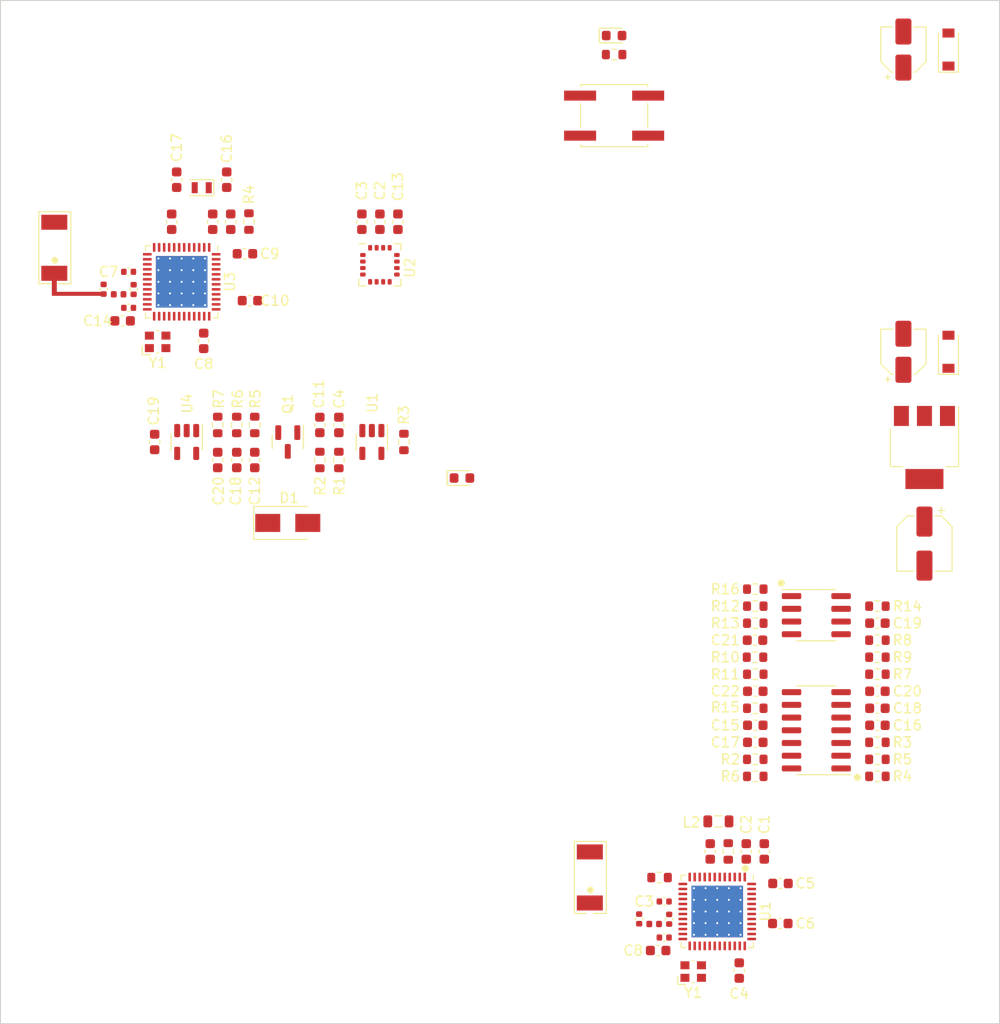
<source format=kicad_pcb>
(kicad_pcb (version 20211014) (generator pcbnew)
  (layers (0 "F.Cu" signal) (1 "In1.Cu" signal) (2 "In2.Cu" signal) (31 "B.Cu" signal) (34 "B.Paste" user) (35 "F.Paste" user) (36 "B.SilkS" user "B.Silkscreen") (37 "F.SilkS" user "F.Silkscreen") (38 "B.Mask" user) (39 "F.Mask" user) (44 "Edge.Cuts" user))
  (net 0 "")
  (net 1 "GND")
  (net 2 "Net-(C17-Pad2)")
  (net 3 "/X_Filtered")
  (net 4 "Net-(C18-Pad2)")
  (net 5 "+3.3VA")
  (net 6 "+3V3")
  (net 7 "Net-(AE1-Pad1)")
  (net 8 "Net-(C19-Pad2)")
  (net 9 "Net-(C20-Pad2)")
  (net 10 "/Y_Filtered")
  (net 11 "Net-(C21-Pad2)")
  (net 12 "/Z_Filtered")
  (net 13 "Net-(C22-Pad2)")
  (net 14 "Net-(D4-Pad2)")
  (net 15 "Net-(D4-Pad1)")
  (net 16 "+12V")
  (net 17 "/SWCLK")
  (net 18 "/SWIO")
  (net 19 "/USB_DP")
  (net 20 "/USB_DM")
  (net 21 "/X_PWM")
  (net 22 "Net-(D6-Pad2)")
  (net 23 "/BOOT0")
  (net 24 "/Y_PWM")
  (net 25 "/Z_PWM")
  (net 26 "Net-(R4-Pad1)")
  (net 27 "Net-(R8-Pad1)")
  (net 28 "/RESET")
  (net 33 "Net-(D3-Pad1)")
  (net 34 "Net-(R12-Pad1)")
  (net 41 "/RF_Output")
  (net 42 "Net-(U1-Pad24)")
  (net 43 "Net-(U1-Pad25)")
  (net 56 "VCC")
  (net 57 "VEE")
  (net 58 "Net-(D6-Pad1)")
  (net 60 "/LED_BLUE_OUT")
  (net 61 "Net-(D5-Pad1)")
  (net 62 "Net-(D5-Pad2)")
  (net 63 "/CONNECT")
  (footprint "Resistor_SMD:R_0603_1608Metric" (layer "F.Cu") (at 152.6 131.4 180)
    (fp_text reference "R5" (at -2.5 0) (layer "F.SilkS"))
    (fp_text value "10k")
    (pad "1" smd roundrect (at -0.825 0 180) (size 0.8 0.95) (layers "F.Cu" "F.Paste" "F.Mask") (net 1 "GND"))
    (pad "2" smd roundrect (at 0.825 0 180) (size 0.8 0.95) (layers "F.Cu" "F.Paste" "F.Mask") (net 26 "Net-(R4-Pad1)"))
  )
  (footprint "Capacitor_SMD:C_0603_1608Metric" (layer "F.Cu") (at 130.7 150.5 180)
    (fp_text reference "C8" (at 2.5 0) (layer "F.SilkS"))
    (fp_text value "100nF")
    (pad "1" smd roundrect (at -0.775 0 180) (size 0.9 0.95) (layers "F.Cu" "F.Paste" "F.Mask") (net 6 "+3V3"))
    (pad "2" smd roundrect (at 0.775 0 180) (size 0.9 0.95) (layers "F.Cu" "F.Paste" "F.Mask") (net 1 "GND"))
  )
  (footprint "Resistor_SMD:R_0603_1608Metric" (layer "F.Cu") (at 140.4 131.4)
    (fp_text reference "R2" (at -2.5 0) (layer "F.SilkS"))
    (fp_text value "20k")
    (pad "1" smd roundrect (at -0.825 0) (size 0.8 0.95) (layers "F.Cu" "F.Paste" "F.Mask") (net 24 "/Y_PWM"))
    (pad "2" smd roundrect (at 0.825 0) (size 0.8 0.95) (layers "F.Cu" "F.Paste" "F.Mask") (net 2 "Net-(C17-Pad2)"))
  )
  (footprint "Package_TO_SOT_SMD:SOT-23" (layer "F.Cu") (at 93.7 99.7 -90)
    (fp_text reference "Q1" (at -3.8 0 90) (layer "F.SilkS"))
    (fp_text value "SI2333DS")
    (pad "1" smd roundrect (at -0.9375 -0.95 270) (size 1.475 0.6) (layers "F.Cu" "F.Paste" "F.Mask"))
    (pad "2" smd roundrect (at -0.9375 0.95 270) (size 1.475 0.6) (layers "F.Cu" "F.Paste" "F.Mask"))
    (pad "3" smd roundrect (at 0.9375 0 270) (size 1.475 0.6) (layers "F.Cu" "F.Paste" "F.Mask") (net 56 "VCC"))
  )
  (footprint "Capacitor_SMD:C_0603_1608Metric" (layer "F.Cu") (at 102.9 77.7 90)
    (fp_text reference "C2" (at 3.1 0 90) (layer "F.SilkS"))
    (fp_text value "100nF")
    (pad "1" smd roundrect (at -0.775 0 90) (size 0.9 0.95) (layers "F.Cu" "F.Paste" "F.Mask"))
    (pad "2" smd roundrect (at 0.775 0 90) (size 0.9 0.95) (layers "F.Cu" "F.Paste" "F.Mask") (net 1 "GND"))
  )
  (footprint "Capacitor_SMD:C_0603_1608Metric" (layer "F.Cu") (at 82.6 73.5 -90)
    (fp_text reference "C17" (at -3.2 0 90) (layer "F.SilkS"))
    (fp_text value "16pF")
    (pad "1" smd roundrect (at -0.775 0 270) (size 0.9 0.95) (layers "F.Cu" "F.Paste" "F.Mask") (net 1 "GND"))
    (pad "2" smd roundrect (at 0.775 0 270) (size 0.9 0.95) (layers "F.Cu" "F.Paste" "F.Mask") (net 2 "Net-(C17-Pad2)"))
  )
  (footprint "Crystal:Crystal_SMD_Abracon_ABM10-4Pin_2.5x2.0mm" (layer "F.Cu") (at 134.2 152.6 90)
    (fp_text reference "Y1" (at -2.1 0 180) (layer "F.SilkS"))
    (fp_text value "32MHz")
    (pad "1" smd rect (at -0.625 -0.825 90) (size 0.8 0.9) (layers "F.Cu" "F.Paste" "F.Mask") (net 42 "Net-(U1-Pad24)"))
    (pad "2" smd rect (at -0.625 0.825 90) (size 0.8 0.9) (layers "F.Cu" "F.Paste" "F.Mask") (net 1 "GND"))
    (pad "3" smd rect (at 0.625 0.825 90) (size 0.8 0.9) (layers "F.Cu" "F.Paste" "F.Mask") (net 43 "Net-(U1-Pad25)"))
    (pad "4" smd rect (at 0.625 -0.825 90) (size 0.8 0.9) (layers "F.Cu" "F.Paste" "F.Mask") (net 1 "GND"))
  )
  (footprint "Capacitor_SMD:C_0603_1608Metric" (layer "F.Cu") (at 96.9 98 -90)
    (fp_text reference "C11" (at -3.1 0.1 90) (layer "F.SilkS"))
    (fp_text value "4.7uF")
    (pad "1" smd roundrect (at -0.775 0 270) (size 0.9 0.95) (layers "F.Cu" "F.Paste" "F.Mask"))
    (pad "2" smd roundrect (at 0.775 0 270) (size 0.9 0.95) (layers "F.Cu" "F.Paste" "F.Mask") (net 1 "GND"))
  )
  (footprint "Capacitor_SMD:C_0402_1005Metric" (layer "F.Cu") (at 78.3 84.47 90)
    (fp_text reference "C21" hide)
    (fp_text value "0.8pF")
    (pad "1" smd roundrect (at -0.48 0 90) (size 0.56 0.62) (layers "F.Cu" "F.Paste" "F.Mask") (net 41 "/RF_Output"))
    (pad "2" smd roundrect (at 0.48 0 90) (size 0.56 0.62) (layers "F.Cu" "F.Paste" "F.Mask") (net 1 "GND"))
  )
  (footprint "Capacitor_SMD:C_0603_1608Metric" (layer "F.Cu") (at 139.5 140.6 90)
    (fp_text reference "C2" (at 2.7 0 90) (layer "F.SilkS"))
    (fp_text value "100nF")
    (pad "1" smd roundrect (at -0.775 0 90) (size 0.9 0.95) (layers "F.Cu" "F.Paste" "F.Mask") (net 6 "+3V3"))
    (pad "2" smd roundrect (at 0.775 0 90) (size 0.9 0.95) (layers "F.Cu" "F.Paste" "F.Mask") (net 1 "GND"))
  )
  (footprint "Capacitor_SMD:C_0603_1608Metric" (layer "F.Cu") (at 135.9 140.6 -90)
    (fp_text reference "C7" hide)
    (fp_text value "100nF")
    (pad "1" smd roundrect (at -0.775 0 270) (size 0.9 0.95) (layers "F.Cu" "F.Paste" "F.Mask") (net 1 "GND"))
    (pad "2" smd roundrect (at 0.775 0 270) (size 0.9 0.95) (layers "F.Cu" "F.Paste" "F.Mask") (net 5 "+3.3VA"))
  )
  (footprint "Capacitor_SMD:C_0603_1608Metric" (layer "F.Cu") (at 138.8 152.5 -90)
    (fp_text reference "C4" (at 2.3 0 180) (layer "F.SilkS"))
    (fp_text value "100nF")
    (pad "1" smd roundrect (at -0.775 0 270) (size 0.9 0.95) (layers "F.Cu" "F.Paste" "F.Mask") (net 6 "+3V3"))
    (pad "2" smd roundrect (at 0.775 0 270) (size 0.9 0.95) (layers "F.Cu" "F.Paste" "F.Mask") (net 1 "GND"))
  )
  (footprint "Capacitor_SMD:C_0603_1608Metric" (layer "F.Cu") (at 89.41875 80.9)
    (fp_text reference "C9" (at 2.48125 0) (layer "F.SilkS"))
    (fp_text value "100nF")
    (pad "1" smd roundrect (at -0.775 0) (size 0.9 0.95) (layers "F.Cu" "F.Paste" "F.Mask"))
    (pad "2" smd roundrect (at 0.775 0) (size 0.9 0.95) (layers "F.Cu" "F.Paste" "F.Mask") (net 1 "GND"))
  )
  (footprint "Button_Switch_SMD:SW_SPST_EVQQ2" (layer "F.Cu") (at 126.3 67.1)
    (fp_text reference "CONNECT1" hide)
    (fp_text value "SW_Push")
    (pad "1" smd rect (at 3.4 -2) (size 3.2 1) (layers "F.Cu" "F.Paste" "F.Mask") (net 63 "/CONNECT"))
    (pad "1" smd rect (at -3.4 -2) (size 3.2 1) (layers "F.Cu" "F.Paste" "F.Mask") (net 63 "/CONNECT"))
    (pad "2" smd rect (at 3.4 2) (size 3.2 1) (layers "F.Cu" "F.Paste" "F.Mask") (net 1 "GND"))
    (pad "2" smd rect (at -3.4 2) (size 3.2 1) (layers "F.Cu" "F.Paste" "F.Mask") (net 1 "GND"))
  )
  (footprint "Resistor_SMD:R_0603_1608Metric" (layer "F.Cu") (at 98.8 101.5 90)
    (fp_text reference "R1" (at -2.6 0.05 90) (layer "F.SilkS"))
    (fp_text value "1k")
    (pad "1" smd roundrect (at -0.825 0 90) (size 0.8 0.95) (layers "F.Cu" "F.Paste" "F.Mask"))
    (pad "2" smd roundrect (at 0.825 0 90) (size 0.8 0.95) (layers "F.Cu" "F.Paste" "F.Mask"))
  )
  (footprint "Resistor_SMD:R_0603_1608Metric" (layer "F.Cu") (at 152.6 133.1 180)
    (fp_text reference "R4" (at -2.5 0) (layer "F.SilkS"))
    (fp_text value "5k1")
    (pad "1" smd roundrect (at -0.825 0 180) (size 0.8 0.95) (layers "F.Cu" "F.Paste" "F.Mask") (net 26 "Net-(R4-Pad1)"))
    (pad "2" smd roundrect (at 0.825 0 180) (size 0.8 0.95) (layers "F.Cu" "F.Paste" "F.Mask") (net 10 "/Y_Filtered"))
  )
  (footprint "Capacitor_SMD:C_0603_1608Metric" (layer "F.Cu") (at 87.6 73.5 -90)
    (fp_text reference "C16" (at -3.1 0 -270) (layer "F.SilkS"))
    (fp_text value "16pF")
    (pad "1" smd roundrect (at -0.775 0 270) (size 0.9 0.95) (layers "F.Cu" "F.Paste" "F.Mask") (net 1 "GND"))
    (pad "2" smd roundrect (at 0.775 0 270) (size 0.9 0.95) (layers "F.Cu" "F.Paste" "F.Mask"))
  )
  (footprint "Capacitor_SMD:C_0603_1608Metric" (layer "F.Cu") (at 101.1 77.7 90)
    (fp_text reference "C3" (at 3.1 0 90) (layer "F.SilkS"))
    (fp_text value "10uF")
    (pad "1" smd roundrect (at -0.775 0 90) (size 0.9 0.95) (layers "F.Cu" "F.Paste" "F.Mask"))
    (pad "2" smd roundrect (at 0.775 0 90) (size 0.9 0.95) (layers "F.Cu" "F.Paste" "F.Mask") (net 1 "GND"))
  )
  (footprint "Resistor_SMD:R_0603_1608Metric" (layer "F.Cu") (at 140.4 116.1)
    (fp_text reference "R12" (at -3 0) (layer "F.SilkS"))
    (fp_text value "5k1")
    (pad "1" smd roundrect (at -0.825 0) (size 0.8 0.95) (layers "F.Cu" "F.Paste" "F.Mask") (net 34 "Net-(R12-Pad1)"))
    (pad "2" smd roundrect (at 0.825 0) (size 0.8 0.95) (layers "F.Cu" "F.Paste" "F.Mask") (net 12 "/Z_Filtered"))
  )
  (footprint "Resistor_SMD:R_0603_1608Metric" (layer "F.Cu") (at 105.3 99.7 -90)
    (fp_text reference "R3" (at -2.6875 0 90) (layer "F.SilkS"))
    (fp_text value "10k")
    (pad "1" smd roundrect (at -0.825 0 270) (size 0.8 0.95) (layers "F.Cu" "F.Paste" "F.Mask") (net 1 "GND"))
    (pad "2" smd roundrect (at 0.825 0 270) (size 0.8 0.95) (layers "F.Cu" "F.Paste" "F.Mask"))
  )
  (footprint "Diode_SMD:D_SOD-123" (layer "F.Cu") (at 159.7 90.6875 90)
    (fp_text reference "D1" hide)
    (fp_text value "1N5819")
    (pad "1" smd rect (at -1.65 0 90) (size 0.9 1.2) (layers "F.Cu" "F.Paste" "F.Mask") (net 56 "VCC"))
    (pad "2" smd rect (at 1.65 0 90) (size 0.9 1.2) (layers "F.Cu" "F.Paste" "F.Mask") (net 16 "+12V"))
  )
  (footprint "Package_DFN_QFN:QFN-48-1EP_7x7mm_P0.5mm_EP5.15x5.15mm_ThermalVias" (layer "F.Cu") (at 83.1 83.7 -90)
    (fp_text reference "U3" (at 0 -4.82 90) (layer "F.SilkS"))
    (fp_text value "STM32WB35")
    (pad "1" smd roundrect (at -3.4375 -2.75 270) (size 0.875 0.25) (layers "F.Cu" "F.Paste" "F.Mask"))
    (pad "2" smd roundrect (at -3.4375 -2.25 270) (size 0.875 0.25) (layers "F.Cu" "F.Paste" "F.Mask"))
    (pad "3" smd roundrect (at -3.4375 -1.75 270) (size 0.875 0.25) (layers "F.Cu" "F.Paste" "F.Mask") (net 2 "Net-(C17-Pad2)"))
    (pad "4" smd roundrect (at -3.4375 -1.25 270) (size 0.875 0.25) (layers "F.Cu" "F.Paste" "F.Mask") (net 23 "/BOOT0"))
    (pad "5" smd roundrect (at -3.4375 -0.75 270) (size 0.875 0.25) (layers "F.Cu" "F.Paste" "F.Mask"))
    (pad "6" smd roundrect (at -3.4375 -0.25 270) (size 0.875 0.25) (layers "F.Cu" "F.Paste" "F.Mask"))
    (pad "7" smd roundrect (at -3.4375 0.25 270) (size 0.875 0.25) (layers "F.Cu" "F.Paste" "F.Mask") (net 28 "/RESET"))
    (pad "8" smd roundrect (at -3.4375 0.75 270) (size 0.875 0.25) (layers "F.Cu" "F.Paste" "F.Mask"))
    (pad "9" smd roundrect (at -3.4375 1.25 270) (size 0.875 0.25) (layers "F.Cu" "F.Paste" "F.Mask"))
    (pad "10" smd roundrect (at -3.4375 1.75 270) (size 0.875 0.25) (layers "F.Cu" "F.Paste" "F.Mask"))
    (pad "11" smd roundrect (at -3.4375 2.25 270) (size 0.875 0.25) (layers "F.Cu" "F.Paste" "F.Mask"))
    (pad "12" smd roundrect (at -3.4375 2.75 270) (size 0.875 0.25) (layers "F.Cu" "F.Paste" "F.Mask") (net 60 "/LED_BLUE_OUT"))
    (pad "13" smd roundrect (at -2.75 3.4375 270) (size 0.25 0.875) (layers "F.Cu" "F.Paste" "F.Mask") (net 63 "/CONNECT"))
    (pad "14" smd roundrect (at -2.25 3.4375 270) (size 0.25 0.875) (layers "F.Cu" "F.Paste" "F.Mask"))
    (pad "15" smd roundrect (at -1.75 3.4375 270) (size 0.25 0.875) (layers "F.Cu" "F.Paste" "F.Mask"))
    (pad "16" smd roundrect (at -1.25 3.4375 270) (size 0.25 0.875) (layers "F.Cu" "F.Paste" "F.Mask"))
    (pad "17" smd roundrect (at -0.75 3.4375 270) (size 0.25 0.875) (layers "F.Cu" "F.Paste" "F.Mask"))
    (pad "18" smd roundrect (at -0.25 3.4375 270) (size 0.25 0.875) (layers "F.Cu" "F.Paste" "F.Mask"))
    (pad "19" smd roundrect (at 0.25 3.4375 270) (size 0.25 0.875) (layers "F.Cu" "F.Paste" "F.Mask"))
    (pad "20" smd roundrect (at 0.75 3.4375 270) (size 0.25 0.875) (layers "F.Cu" "F.Paste" "F.Mask"))
    (pad "21" smd roundrect (at 1.25 3.4375 270) (size 0.25 0.875) (layers "F.Cu" "F.Paste" "F.Mask") (net 41 "/RF_Output"))
    (pad "22" smd roundrect (at 1.75 3.4375 270) (size 0.25 0.875) (layers "F.Cu" "F.Paste" "F.Mask") (net 1 "GND"))
    (pad "23" smd roundrect (at 2.25 3.4375 270) (size 0.25 0.875) (layers "F.Cu" "F.Paste" "F.Mask"))
    (pad "24" smd roundrect (at 2.75 3.4375 270) (size 0.25 0.875) (layers "F.Cu" "F.Paste" "F.Mask"))
    (pad "25" smd roundrect (at 3.4375 2.75 270) (size 0.875 0.25) (layers "F.Cu" "F.Paste" "F.Mask"))
    (pad "26" smd roundrect (at 3.4375 2.25 270) (size 0.875 0.25) (layers "F.Cu" "F.Paste" "F.Mask"))
    (pad "27" smd roundrect (at 3.4375 1.75 270) (size 0.875 0.25) (layers "F.Cu" "F.Paste" "F.Mask"))
    (pad "28" smd roundrect (at 3.4375 1.25 270) (size 0.875 0.25) (layers "F.Cu" "F.Paste" "F.Mask"))
    (pad "29" smd roundrect (at 3.4375 0.75 270) (size 0.875 0.25) (layers "F.Cu" "F.Paste" "F.Mask"))
    (pad "30" smd roundrect (at 3.4375 0.25 270) (size 0.875 0.25) (layers "F.Cu" "F.Paste" "F.Mask"))
    (pad "31" smd roundrect (at 3.4375 -0.25 270) (size 0.875 0.25) (layers "F.Cu" "F.Paste" "F.Mask"))
    (pad "32" smd roundrect (at 3.4375 -0.75 270) (size 0.875 0.25) (layers "F.Cu" "F.Paste" "F.Mask") (net 1 "GND"))
    (pad "33" smd roundrect (at 3.4375 -1.25 270) (size 0.875 0.25) (layers "F.Cu" "F.Paste" "F.Mask"))
    (pad "34" smd roundrect (at 3.4375 -1.75 270) (size 0.875 0.25) (layers "F.Cu" "F.Paste" "F.Mask"))
    (pad "35" smd roundrect (at 3.4375 -2.25 270) (size 0.875 0.25) (layers "F.Cu" "F.Paste" "F.Mask"))
    (pad "36" smd roundrect (at 3.4375 -2.75 270) (size 0.875 0.25) (layers "F.Cu" "F.Paste" "F.Mask"))
    (pad "37" smd roundrect (at 2.75 -3.4375 270) (size 0.25 0.875) (layers "F.Cu" "F.Paste" "F.Mask") (net 20 "/USB_DM"))
    (pad "38" smd roundrect (at 2.25 -3.4375 270) (size 0.25 0.875) (layers "F.Cu" "F.Paste" "F.Mask") (net 19 "/USB_DP"))
    (pad "39" smd roundrect (at 1.75 -3.4375 270) (size 0.25 0.875) (layers "F.Cu" "F.Paste" "F.Mask") (net 18 "/SWIO"))
    (pad "40" smd roundrect (at 1.25 -3.4375 270) (size 0.25 0.875) (layers "F.Cu" "F.Paste" "F.Mask"))
    (pad "41" smd roundrect (at 0.75 -3.4375 270) (size 0.25 0.875) (layers "F.Cu" "F.Paste" "F.Mask") (net 17 "/SWCLK"))
    (pad "42" smd roundrect (at 0.25 -3.4375 270) (size 0.25 0.875) (layers "F.Cu" "F.Paste" "F.Mask"))
    (pad "43" smd roundrect (at -0.25 -3.4375 270) (size 0.25 0.875) (layers "F.Cu" "F.Paste" "F.Mask"))
    (pad "44" smd roundrect (at -0.75 -3.4375 270) (size 0.25 0.875) (layers "F.Cu" "F.Paste" "F.Mask"))
    (pad "45" smd roundrect (at -1.25 -3.4375 270) (size 0.25 0.875) (layers "F.Cu" "F.Paste" "F.Mask"))
    (pad "46" smd roundrect (at -1.75 -3.4375 270) (size 0.25 0.875) (layers "F.Cu" "F.Paste" "F.Mask"))
    (pad "47" smd roundrect (at -2.25 -3.4375 270) (size 0.25 0.875) (layers "F.Cu" "F.Paste" "F.Mask"))
    (pad "48" smd roundrect (at -2.75 -3.4375 270) (size 0.25 0.875) (layers "F.Cu" "F.Paste" "F.Mask"))
    (pad "49" thru_hole circle (at -1.1625 -2.325 270) (size 0.5 0.5) (drill 0.2) (layers *.Cu) (net 1 "GND"))
    (pad "49" thru_hole circle (at -1.1625 2.325 270) (size 0.5 0.5) (drill 0.2) (layers *.Cu) (net 1 "GND"))
    (pad "49" thru_hole circle (at 1.1625 2.325 270) (size 0.5 0.5) (drill 0.2) (layers *.Cu) (net 1 "GND"))
    (pad "49" thru_hole circle (at -1.1625 1.1625 270) (size 0.5 0.5) (drill 0.2) (layers *.Cu) (net 1 "GND"))
    (pad "49" thru_hole circle (at -2.325 -2.325 270) (size 0.5 0.5) (drill 0.2) (layers *.Cu) (net 1 "GND"))
    (pad "49" thru_hole circle (at 1.1625 1.1625 270) (size 0.5 0.5) (drill 0.2) (layers *.Cu) (net 1 "GND"))
    (pad "49" thru_hole circle (at 1.1625 0 270) (size 0.5 0.5) (drill 0.2) (layers *.Cu) (net 1 "GND"))
    (pad "49" thru_hole circle (at 0 1.1625 270) (size 0.5 0.5) (drill 0.2) (layers *.Cu) (net 1 "GND"))
    (pad "49" thru_hole circle (at 0 -1.1625 270) (size 0.5 0.5) (drill 0.2) (layers *.Cu) (net 1 "GND"))
    (pad "49" smd rect (at 0 0 270) (size 5.15 5.15) (layers "B.Cu") (net 1 "GND"))
    (pad "49" thru_hole circle (at 0 -2.325 270) (size 0.5 0.5) (drill 0.2) (layers *.Cu) (net 1 "GND"))
    (pad "49" thru_hole circle (at 1.1625 -1.1625 270) (size 0.5 0.5) (drill 0.2) (layers *.Cu) (net 1 "GND"))
    (pad "49" thru_hole circle (at -1.1625 0 270) (size 0.5 0.5) (drill 0.2) (layers *.Cu) (net 1 "GND"))
    (pad "49" thru_hole circle (at -2.325 1.1625 270) (size 0.5 0.5) (drill 0.2) (layers *.Cu) (net 1 "GND"))
    (pad "49" thru_hole circle (at 2.325 0 270) (size 0.5 0.5) (drill 0.2) (layers *.Cu) (net 1 "GND"))
    (pad "49" thru_hole circle (at 2.325 2.325 270) (size 0.5 0.5) (drill 0.2) (layers *.Cu) (net 1 "GND"))
    (pad "49" thru_hole circle (at 2.325 -1.1625 270) (size 0.5 0.5) (drill 0.2) (layers *.Cu) (net 1 "GND"))
    (pad "49" thru_hole circle (at 0 2.325 270) (size 0.5 0.5) (drill 0.2) (layers *.Cu) (net 1 "GND"))
    (pad "49" thru_hole circle (at 0 0 270) (size 0.5 0.5) (drill 0.2) (layers *.Cu) (net 1 "GND"))
    (pad "49" thru_hole circle (at 1.1625 -2.325 270) (size 0.5 0.5) (drill 0.2) (layers *.Cu) (net 1 "GND"))
    (pad "49" thru_hole circle (at -2.325 0 270) (size 0.5 0.5) (drill 0.2) (layers *.Cu) (net 1 "GND"))
    (pad "49" thru_hole circle (at 2.325 1.1625 270) (size 0.5 0.5) (drill 0.2) (layers *.Cu) (net 1 "GND"))
    (pad "49" smd rect (at 0 0 270) (size 5.15 5.15) (layers "F.Cu" "F.Mask") (net 1 "GND"))
    (pad "49" thru_hole circle (at -1.1625 -1.1625 270) (size 0.5 0.5) (drill 0.2) (layers *.Cu) (net 1 "GND"))
    (pad "49" thru_hole circle (at -2.325 -1.1625 270) (size 0.5 0.5) (drill 0.2) (layers *.Cu) (net 1 "GND"))
    (pad "49" thru_hole circle (at 2.325 -2.325 270) (size 0.5 0.5) (drill 0.2) (layers *.Cu) (net 1 "GND"))
    (pad "49" thru_hole circle (at -2.325 2.325 270) (size 0.5 0.5) (drill 0.2) (layers *.Cu) (net 1 "GND"))
  )
  (footprint "Package_TO_SOT_SMD:SOT-23-5" (layer "F.Cu") (at 102.1 99.7 -90)
    (fp_text reference "U1" (at -3.9 -0.05 90) (layer "F.SilkS"))
    (fp_text value "MCP73831-2-OT")
    (pad "1" smd roundrect (at -1.1375 -0.95 270) (size 1.325 0.6) (layers "F.Cu" "F.Paste" "F.Mask"))
    (pad "2" smd roundrect (at -1.1375 0 270) (size 1.325 0.6) (layers "F.Cu" "F.Paste" "F.Mask") (net 1 "GND"))
    (pad "3" smd roundrect (at -1.1375 0.95 270) (size 1.325 0.6) (layers "F.Cu" "F.Paste" "F.Mask"))
    (pad "4" smd roundrect (at 1.1375 0.95 270) (size 1.325 0.6) (layers "F.Cu" "F.Paste" "F.Mask"))
    (pad "5" smd roundrect (at 1.1375 -0.95 270) (size 1.325 0.6) (layers "F.Cu" "F.Paste" "F.Mask"))
  )
  (footprint "Package_LGA:LGA-16_4x4mm_P0.65mm_LayoutBorder4x4y" (layer "F.Cu") (at 102.9 82)
    (fp_text reference "U2" (at 3 0.3 90) (layer "F.SilkS"))
    (fp_text value "L3GD20")
    (pad "1" smd roundrect (at -1.7 -0.975) (size 0.55 0.4) (layers "F.Cu" "F.Paste" "F.Mask"))
    (pad "2" smd roundrect (at -1.7 -0.325) (size 0.55 0.4) (layers "F.Cu" "F.Paste" "F.Mask"))
    (pad "3" smd roundrect (at -1.7 0.325) (size 0.55 0.4) (layers "F.Cu" "F.Paste" "F.Mask"))
    (pad "4" smd roundrect (at -1.7 0.975) (size 0.55 0.4) (layers "F.Cu" "F.Paste" "F.Mask"))
    (pad "5" smd roundrect (at -0.975 1.7) (size 0.4 0.55) (layers "F.Cu" "F.Paste" "F.Mask"))
    (pad "6" smd roundrect (at -0.325 1.7) (size 0.4 0.55) (layers "F.Cu" "F.Paste" "F.Mask"))
    (pad "7" smd roundrect (at 0.325 1.7) (size 0.4 0.55) (layers "F.Cu" "F.Paste" "F.Mask"))
    (pad "8" smd roundrect (at 0.975 1.7) (size 0.4 0.55) (layers "F.Cu" "F.Paste" "F.Mask") (net 1 "GND"))
    (pad "9" smd roundrect (at 1.7 0.975) (size 0.55 0.4) (layers "F.Cu" "F.Paste" "F.Mask") (net 1 "GND"))
    (pad "10" smd roundrect (at 1.7 0.325) (size 0.55 0.4) (layers "F.Cu" "F.Paste" "F.Mask") (net 1 "GND"))
    (pad "11" smd roundrect (at 1.7 -0.325) (size 0.55 0.4) (layers "F.Cu" "F.Paste" "F.Mask") (net 1 "GND"))
    (pad "12" smd roundrect (at 1.7 -0.975) (size 0.55 0.4) (layers "F.Cu" "F.Paste" "F.Mask") (net 1 "GND"))
    (pad "13" smd roundrect (at 0.975 -1.7) (size 0.4 0.55) (layers "F.Cu" "F.Paste" "F.Mask") (net 1 "GND"))
    (pad "14" smd roundrect (at 0.325 -1.7) (size 0.4 0.55) (layers "F.Cu" "F.Paste" "F.Mask"))
    (pad "15" smd roundrect (at -0.325 -1.7) (size 0.4 0.55) (layers "F.Cu" "F.Paste" "F.Mask"))
    (pad "16" smd roundrect (at -0.975 -1.7) (size 0.4 0.55) (layers "F.Cu" "F.Paste" "F.Mask"))
  )
  (footprint "Capacitor_SMD:C_0603_1608Metric" (layer "F.Cu") (at 142.9 147.8)
    (fp_text reference "C6" (at 2.5 0) (layer "F.SilkS"))
    (fp_text value "100nF")
    (pad "1" smd roundrect (at -0.775 0) (size 0.9 0.95) (layers "F.Cu" "F.Paste" "F.Mask") (net 6 "+3V3"))
    (pad "2" smd roundrect (at 0.775 0) (size 0.9 0.95) (layers "F.Cu" "F.Paste" "F.Mask") (net 1 "GND"))
  )
  (footprint "Resistor_SMD:R_0603_1608Metric" (layer "F.Cu") (at 140.4 114.4)
    (fp_text reference "R16" (at -3 0) (layer "F.SilkS"))
    (fp_text value "1k")
    (pad "1" smd roundrect (at -0.825 0) (size 0.8 0.95) (layers "F.Cu" "F.Paste" "F.Mask") (net 1 "GND"))
    (pad "2" smd roundrect (at 0.825 0) (size 0.8 0.95) (layers "F.Cu" "F.Paste" "F.Mask") (net 58 "Net-(D6-Pad1)"))
  )
  (footprint "Capacitor_SMD:C_0603_1608Metric" (layer "F.Cu") (at 141.3 140.6 90)
    (fp_text reference "C1" (at 2.7 0 90) (layer "F.SilkS"))
    (fp_text value "4.7uF")
    (pad "1" smd roundrect (at -0.775 0 90) (size 0.9 0.95) (layers "F.Cu" "F.Paste" "F.Mask") (net 6 "+3V3"))
    (pad "2" smd roundrect (at 0.775 0 90) (size 0.9 0.95) (layers "F.Cu" "F.Paste" "F.Mask") (net 1 "GND"))
  )
  (footprint "Resistor_SMD:R_0603_1608Metric" (layer "F.Cu") (at 88.6 98 -90)
    (fp_text reference "R6" (at -2.6 -0.1 90) (layer "F.SilkS"))
    (fp_text value "13k")
    (pad "1" smd roundrect (at -0.825 0 270) (size 0.8 0.95) (layers "F.Cu" "F.Paste" "F.Mask"))
    (pad "2" smd roundrect (at 0.825 0 270) (size 0.8 0.95) (layers "F.Cu" "F.Paste" "F.Mask"))
  )
  (footprint "Capacitor_SMD:CP_Elec_5x5.8" (layer "F.Cu") (at 157.3 109.85 -90)
    (fp_text reference "C14" hide)
    (fp_text value "47uF")
    (pad "1" smd roundrect (at -2.2 0 270) (size 3 1.6) (layers "F.Cu" "F.Paste" "F.Mask") (roundrect_rratio 0.15625) (net 6 "+3V3"))
    (pad "2" smd roundrect (at 2.2 0 270) (size 3 1.6) (layers "F.Cu" "F.Paste" "F.Mask") (roundrect_rratio 0.15625) (net 1 "GND"))
  )
  (footprint "Capacitor_SMD:C_0402_1005Metric" (layer "F.Cu") (at 131.8 147.37 90)
    (fp_text reference "C12" hide)
    (fp_text value "0.8pF")
    (pad "1" smd roundrect (at -0.48 0 90) (size 0.56 0.62) (layers "F.Cu" "F.Paste" "F.Mask") (net 41 "/RF_Output"))
    (pad "2" smd roundrect (at 0.48 0 90) (size 0.56 0.62) (layers "F.Cu" "F.Paste" "F.Mask") (net 1 "GND"))
  )
  (footprint "Capacitor_SMD:C_0402_1005Metric" (layer "F.Cu") (at 77.8 86.3 180)
    (fp_text reference "C15" hide)
    (fp_text value "100pF")
    (pad "1" smd roundrect (at -0.48 0 180) (size 0.56 0.62) (layers "F.Cu" "F.Paste" "F.Mask"))
    (pad "2" smd roundrect (at 0.48 0 180) (size 0.56 0.62) (layers "F.Cu" "F.Paste" "F.Mask") (net 1 "GND"))
  )
  (footprint "Capacitor_SMD:C_0603_1608Metric" (layer "F.Cu") (at 98.8 98 90)
    (fp_text reference "C4" (at 2.6 0.025 90) (layer "F.SilkS"))
    (fp_text value "4.7uF")
    (pad "1" smd roundrect (at -0.775 0 90) (size 0.9 0.95) (layers "F.Cu" "F.Paste" "F.Mask"))
    (pad "2" smd roundrect (at 0.775 0 90) (size 0.9 0.95) (layers "F.Cu" "F.Paste" "F.Mask") (net 1 "GND"))
  )
  (footprint "Crystal:Crystal_SMD_2012-2Pin_2.0x1.2mm" (layer "F.Cu") (at 85.1 74.3 180)
    (fp_text reference "Y2" hide)
    (fp_text value "32.768MHz")
    (pad "1" smd rect (at -0.7 0 180) (size 0.6 1.1) (layers "F.Cu" "F.Paste" "F.Mask"))
    (pad "2" smd rect (at 0.7 0 180) (size 0.6 1.1) (layers "F.Cu" "F.Paste" "F.Mask") (net 2 "Net-(C17-Pad2)"))
  )
  (footprint "LED_SMD:LED_0603_1608Metric" (layer "F.Cu") (at 126.3 59.1)
    (fp_text reference "D3" hide)
    (fp_text value "LED_CONNECT")
    (pad "1" smd roundrect (at -0.7875 0) (size 0.875 0.95) (layers "F.Cu" "F.Paste" "F.Mask") (net 33 "Net-(D3-Pad1)"))
    (pad "2" smd roundrect (at 0.7875 0) (size 0.875 0.95) (layers "F.Cu" "F.Paste" "F.Mask") (net 60 "/LED_BLUE_OUT"))
  )
  (footprint "Capacitor_SMD:C_0402_1005Metric" (layer "F.Cu") (at 77.8 82.7 180)
    (fp_text reference "C7" (at 2 0) (layer "F.SilkS"))
    (fp_text value "100nF")
    (pad "1" smd roundrect (at -0.48 0 180) (size 0.56 0.62) (layers "F.Cu" "F.Paste" "F.Mask"))
    (pad "2" smd roundrect (at 0.48 0 180) (size 0.56 0.62) (layers "F.Cu" "F.Paste" "F.Mask") (net 1 "GND"))
  )
  (footprint "Capacitor_SMD:C_0603_1608Metric" (layer "F.Cu") (at 140.375 119.5)
    (fp_text reference "C21" (at -2.975 0) (layer "F.SilkS"))
    (fp_text value "22nF")
    (pad "1" smd roundrect (at -0.775 0) (size 0.9 0.95) (layers "F.Cu" "F.Paste" "F.Mask") (net 12 "/Z_Filtered"))
    (pad "2" smd roundrect (at 0.775 0) (size 0.9 0.95) (layers "F.Cu" "F.Paste" "F.Mask") (net 11 "Net-(C21-Pad2)"))
  )
  (footprint "LED_SMD:LED_0603_1608Metric" (layer "F.Cu") (at 111.1 103.3)
    (fp_text reference "D2" hide)
    (fp_text value "LED_CHG")
    (pad "1" smd roundrect (at -0.7875 0) (size 0.875 0.95) (layers "F.Cu" "F.Paste" "F.Mask"))
    (pad "2" smd roundrect (at 0.7875 0) (size 0.875 0.95) (layers "F.Cu" "F.Paste" "F.Mask"))
  )
  (footprint "Capacitor_SMD:C_0603_1608Metric" (layer "F.Cu") (at 142.91875 143.8)
    (fp_text reference "C5" (at 2.48125 0) (layer "F.SilkS"))
    (fp_text value "100nF")
    (pad "1" smd roundrect (at -0.775 0) (size 0.9 0.95) (layers "F.Cu" "F.Paste" "F.Mask") (net 6 "+3V3"))
    (pad "2" smd roundrect (at 0.775 0) (size 0.9 0.95) (layers "F.Cu" "F.Paste" "F.Mask") (net 1 "GND"))
  )
  (footprint "Resistor_SMD:R_0603_1608Metric" (layer "F.Cu") (at 130.83875 143.21)
    (fp_text reference "R17" hide)
    (fp_text value "1k")
    (pad "1" smd roundrect (at -0.825 0) (size 0.8 0.95) (layers "F.Cu" "F.Paste" "F.Mask") (net 1 "GND"))
    (pad "2" smd roundrect (at 0.825 0) (size 0.8 0.95) (layers "F.Cu" "F.Paste" "F.Mask") (net 33 "Net-(D3-Pad1)"))
  )
  (footprint "Resistor_SMD:R_0603_1608Metric" (layer "F.Cu") (at 140.4 133.1)
    (fp_text reference "R6" (at -2.5 0) (layer "F.SilkS"))
    (fp_text value "20k")
    (pad "1" smd roundrect (at -0.825 0) (size 0.8 0.95) (layers "F.Cu" "F.Paste" "F.Mask") (net 21 "/X_PWM"))
    (pad "2" smd roundrect (at 0.825 0) (size 0.8 0.95) (layers "F.Cu" "F.Paste" "F.Mask") (net 8 "Net-(C19-Pad2)"))
  )
  (footprint "Resistor_SMD:R_0603_1608Metric" (layer "F.Cu") (at 152.6 129.7 180)
    (fp_text reference "R3" (at -2.5 0) (layer "F.SilkS"))
    (fp_text value "20k")
    (pad "1" smd roundrect (at -0.825 0 180) (size 0.8 0.95) (layers "F.Cu" "F.Paste" "F.Mask") (net 2 "Net-(C17-Pad2)"))
    (pad "2" smd roundrect (at 0.825 0 180) (size 0.8 0.95) (layers "F.Cu" "F.Paste" "F.Mask") (net 4 "Net-(C18-Pad2)"))
  )
  (footprint "Resistor_SMD:R_0603_1608Metric" (layer "F.Cu") (at 140.4 126.3 180)
    (fp_text reference "R15" (at 3 0.1) (layer "F.SilkS"))
    (fp_text value "1k")
    (pad "1" smd roundrect (at -0.825 0 180) (size 0.8 0.95) (layers "F.Cu" "F.Paste" "F.Mask") (net 1 "GND"))
    (pad "2" smd roundrect (at 0.825 0 180) (size 0.8 0.95) (layers "F.Cu" "F.Paste" "F.Mask") (net 61 "Net-(D5-Pad1)"))
  )
  (footprint "Capacitor_SMD:C_0603_1608Metric" (layer "F.Cu") (at 86.7 101.5 90)
    (fp_text reference "C20" (at -3.0875 0.075 90) (layer "F.SilkS"))
    (fp_text value "1uF")
    (pad "1" smd roundrect (at -0.775 0 90) (size 0.9 0.95) (layers "F.Cu" "F.Paste" "F.Mask"))
    (pad "2" smd roundrect (at 0.775 0 90) (size 0.9 0.95) (layers "F.Cu" "F.Paste" "F.Mask") (net 1 "GND"))
  )
  (footprint "Package_DFN_QFN:QFN-48-1EP_7x7mm_P0.5mm_EP5.15x5.15mm_ThermalVias" (layer "F.Cu") (at 136.6 146.6 -90)
    (fp_text reference "U1" (at 0 -4.82 90) (layer "F.SilkS"))
    (fp_text value "STM32WB35")
    (pad "1" smd roundrect (at -3.4375 -2.75 270) (size 0.875 0.25) (layers "F.Cu" "F.Paste" "F.Mask") (net 6 "+3V3"))
    (pad "2" smd roundrect (at -3.4375 -2.25 270) (size 0.875 0.25) (layers "F.Cu" "F.Paste" "F.Mask"))
    (pad "3" smd roundrect (at -3.4375 -1.75 270) (size 0.875 0.25) (layers "F.Cu" "F.Paste" "F.Mask"))
    (pad "4" smd roundrect (at -3.4375 -1.25 270) (size 0.875 0.25) (layers "F.Cu" "F.Paste" "F.Mask") (net 23 "/BOOT0"))
    (pad "5" smd roundrect (at -3.4375 -0.75 270) (size 0.875 0.25) (layers "F.Cu" "F.Paste" "F.Mask"))
    (pad "6" smd roundrect (at -3.4375 -0.25 270) (size 0.875 0.25) (layers "F.Cu" "F.Paste" "F.Mask"))
    (pad "7" smd roundrect (at -3.4375 0.25 270) (size 0.875 0.25) (layers "F.Cu" "F.Paste" "F.Mask") (net 28 "/RESET"))
    (pad "8" smd roundrect (at -3.4375 0.75 270) (size 0.875 0.25) (layers "F.Cu" "F.Paste" "F.Mask") (net 5 "+3.3VA"))
    (pad "9" smd roundrect (at -3.4375 1.25 270) (size 0.875 0.25) (layers "F.Cu" "F.Paste" "F.Mask") (net 21 "/X_PWM"))
    (pad "10" smd roundrect (at -3.4375 1.75 270) (size 0.875 0.25) (layers "F.Cu" "F.Paste" "F.Mask") (net 24 "/Y_PWM"))
    (pad "11" smd roundrect (at -3.4375 2.25 270) (size 0.875 0.25) (layers "F.Cu" "F.Paste" "F.Mask") (net 25 "/Z_PWM"))
    (pad "12" smd roundrect (at -3.4375 2.75 270) (size 0.875 0.25) (layers "F.Cu" "F.Paste" "F.Mask") (net 60 "/LED_BLUE_OUT"))
    (pad "13" smd roundrect (at -2.75 3.4375 270) (size 0.25 0.875) (layers "F.Cu" "F.Paste" "F.Mask") (net 63 "/CONNECT"))
    (pad "14" smd roundrect (at -2.25 3.4375 270) (size 0.25 0.875) (layers "F.Cu" "F.Paste" "F.Mask"))
    (pad "15" smd roundrect (at -1.75 3.4375 270) (size 0.25 0.875) (layers "F.Cu" "F.Paste" "F.Mask"))
    (pad "16" smd roundrect (at -1.25 3.4375 270) (size 0.25 0.875) (layers "F.Cu" "F.Paste" "F.Mask"))
    (pad "17" smd roundrect (at -0.75 3.4375 270) (size 0.25 0.875) (layers "F.Cu" "F.Paste" "F.Mask"))
    (pad "18" smd roundrect (at -0.25 3.4375 270) (size 0.25 0.875) (layers "F.Cu" "F.Paste" "F.Mask"))
    (pad "19" smd roundrect (at 0.25 3.4375 270) (size 0.25 0.875) (layers "F.Cu" "F.Paste" "F.Mask"))
    (pad "20" smd roundrect (at 0.75 3.4375 270) (size 0.25 0.875) (layers "F.Cu" "F.Paste" "F.Mask") (net 6 "+3V3"))
    (pad "21" smd roundrect (at 1.25 3.4375 270) (size 0.25 0.875) (layers "F.Cu" "F.Paste" "F.Mask") (net 41 "/RF_Output"))
    (pad "22" smd roundrect (at 1.75 3.4375 270) (size 0.25 0.875) (layers "F.Cu" "F.Paste" "F.Mask") (net 1 "GND"))
    (pad "23" smd roundrect (at 2.25 3.4375 270) (size 0.25 0.875) (layers "F.Cu" "F.Paste" "F.Mask") (net 6 "+3V3"))
    (pad "24" smd roundrect (at 2.75 3.4375 270) (size 0.25 0.875) (layers "F.Cu" "F.Paste" "F.Mask") (net 42 "Net-(U1-Pad24)"))
    (pad "25" smd roundrect (at 3.4375 2.75 270) (size 0.875 0.25) (layers "F.Cu" "F.Paste" "F.Mask") (net 43 "Net-(U1-Pad25)"))
    (pad "26" smd roundrect (at 3.4375 2.25 270) (size 0.875 0.25) (layers "F.Cu" "F.Paste" "F.Mask"))
    (pad "27" smd roundrect (at 3.4375 1.75 270) (size 0.875 0.25) (layers "F.Cu" "F.Paste" "F.Mask"))
    (pad "28" smd roundrect (at 3.4375 1.25 270) (size 0.875 0.25) (layers "F.Cu" "F.Paste" "F.Mask"))
    (pad "29" smd roundrect (at 3.4375 0.75 270) (size 0.875 0.25) (layers "F.Cu" "F.Paste" "F.Mask"))
    (pad "30" smd roundrect (at 3.4375 0.25 270) (size 0.875 0.25) (layers "F.Cu" "F.Paste" "F.Mask"))
    (pad "31" smd roundrect (at 3.4375 -0.25 270) (size 0.875 0.25) (layers "F.Cu" "F.Paste" "F.Mask") (net 6 "+3V3"))
    (pad "32" smd roundrect (at 3.4375 -0.75 270) (size 0.875 0.25) (layers "F.Cu" "F.Paste" "F.Mask") (net 1 "GND"))
    (pad "33" smd roundrect (at 3.4375 -1.25 270) (size 0.875 0.25) (layers "F.Cu" "F.Paste" "F.Mask") (net 6 "+3V3"))
    (pad "34" smd roundrect (at 3.4375 -1.75 270) (size 0.875 0.25) (layers "F.Cu" "F.Paste" "F.Mask") (net 6 "+3V3"))
    (pad "35" smd roundrect (at 3.4375 -2.25 270) (size 0.875 0.25) (layers "F.Cu" "F.Paste" "F.Mask") (net 6 "+3V3"))
    (pad "36" smd roundrect (at 3.4375 -2.75 270) (size 0.875 0.25) (layers "F.Cu" "F.Paste" "F.Mask"))
    (pad "37" smd roundrect (at 2.75 -3.4375 270) (size 0.25 0.875) (layers "F.Cu" "F.Paste" "F.Mask") (net 20 "/USB_DM"))
    (pad "38" smd roundrect (at 2.25 -3.4375 270) (size 0.25 0.875) (layers "F.Cu" "F.Paste" "F.Mask") (net 19 "/USB_DP"))
    (pad "39" smd roundrect (at 1.75 -3.4375 270) (size 0.25 0.875) (layers "F.Cu" "F.Paste" "F.Mask") (net 18 "/SWIO"))
    (pad "40" smd roundrect (at 1.25 -3.4375 270) (size 0.25 0.875) (layers "F.Cu" "F.Paste" "F.Mask") (net 6 "+3V3"))
    (pad "41" smd roundrect (at 0.75 -3.4375 270) (size 0.25 0.875) (layers "F.Cu" "F.Paste" "F.Mask") (net 17 "/SWCLK"))
    (pad "42" smd roundrect (at 0.25 -3.4375 270) (size 0.25 0.875) (layers "F.Cu" "F.Paste" "F.Mask"))
    (pad "43" smd roundrect (at -0.25 -3.4375 270) (size 0.25 0.875) (layers "F.Cu" "F.Paste" "F.Mask"))
    (pad "44" smd roundrect (at -0.75 -3.4375 270) (size 0.25 0.875) (layers "F.Cu" "F.Paste" "F.Mask"))
    (pad "45" smd roundrect (at -1.25 -3.4375 270) (size 0.25 0.875) (layers "F.Cu" "F.Paste" "F.Mask"))
    (pad "46" smd roundrect (at -1.75 -3.4375 270) (size 0.25 0.875) (layers "F.Cu" "F.Paste" "F.Mask"))
    (pad "47" smd roundrect (at -2.25 -3.4375 270) (size 0.25 0.875) (layers "F.Cu" "F.Paste" "F.Mask"))
    (pad "48" smd roundrect (at -2.75 -3.4375 270) (size 0.25 0.875) (layers "F.Cu" "F.Paste" "F.Mask") (net 6 "+3V3"))
    (pad "49" thru_hole circle (at -1.1625 -2.325 270) (size 0.5 0.5) (drill 0.2) (layers *.Cu) (net 1 "GND"))
    (pad "49" thru_hole circle (at -1.1625 2.325 270) (size 0.5 0.5) (drill 0.2) (layers *.Cu) (net 1 "GND"))
    (pad "49" thru_hole circle (at 1.1625 2.325 270) (size 0.5 0.5) (drill 0.2) (layers *.Cu) (net 1 "GND"))
    (pad "49" thru_hole circle (at -1.1625 1.1625 270) (size 0.5 0.5) (drill 0.2) (layers *.Cu) (net 1 "GND"))
    (pad "49" thru_hole circle (at -2.325 -2.325 270) (size 0.5 0.5) (drill 0.2) (layers *.Cu) (net 1 "GND"))
    (pad "49" thru_hole circle (at 1.1625 1.1625 270) (size 0.5 0.5) (drill 0.2) (layers *.Cu) (net 1 "GND"))
    (pad "49" thru_hole circle (at 1.1625 0 270) (size 0.5 0.5) (drill 0.2) (layers *.Cu) (net 1 "GND"))
    (pad "49" thru_hole circle (at 0 1.1625 270) (size 0.5 0.5) (drill 0.2) (layers *.Cu) (net 1 "GND"))
    (pad "49" thru_hole circle (at 0 -1.1625 270) (size 0.5 0.5) (drill 0.2) (layers *.Cu) (net 1 "GND"))
    (pad "49" smd rect (at 0 0 270) (size 5.15 5.15) (layers "B.Cu") (net 1 "GND"))
    (pad "49" thru_hole circle (at 0 -2.325 270) (size 0.5 0.5) (drill 0.2) (layers *.Cu) (net 1 "GND"))
    (pad "49" thru_hole circle (at 1.1625 -1.1625 270) (size 0.5 0.5) (drill 0.2) (layers *.Cu) (net 1 "GND"))
    (pad "49" thru_hole circle (at -1.1625 0 270) (size 0.5 0.5) (drill 0.2) (layers *.Cu) (net 1 "GND"))
    (pad "49" thru_hole circle (at -2.325 1.1625 270) (size 0.5 0.5) (drill 0.2) (layers *.Cu) (net 1 "GND"))
    (pad "49" thru_hole circle (at 2.325 0 270) (size 0.5 0.5) (drill 0.2) (layers *.Cu) (net 1 "GND"))
    (pad "49" thru_hole circle (at 2.325 2.325 270) (size 0.5 0.5) (drill 0.2) (layers *.Cu) (net 1 "GND"))
    (pad "49" thru_hole circle (at 2.325 -1.1625 270) (size 0.5 0.5) (drill 0.2) (layers *.Cu) (net 1 "GND"))
    (pad "49" thru_hole circle (at 0 2.325 270) (size 0.5 0.5) (drill 0.2) (layers *.Cu) (net 1 "GND"))
    (pad "49" thru_hole circle (at 0 0 270) (size 0.5 0.5) (drill 0.2) (layers *.Cu) (net 1 "GND"))
    (pad "49" thru_hole circle (at 1.1625 -2.325 270) (size 0.5 0.5) (drill 0.2) (layers *.Cu) (net 1 "GND"))
    (pad "49" thru_hole circle (at -2.325 0 270) (size 0.5 0.5) (drill 0.2) (layers *.Cu) (net 1 "GND"))
    (pad "49" thru_hole circle (at 2.325 1.1625 270) (size 0.5 0.5) (drill 0.2) (layers *.Cu) (net 1 "GND"))
    (pad "49" smd rect (at 0 0 270) (size 5.15 5.15) (layers "F.Cu" "F.Mask") (net 1 "GND"))
    (pad "49" thru_hole circle (at -1.1625 -1.1625 270) (size 0.5 0.5) (drill 0.2) (layers *.Cu) (net 1 "GND"))
    (pad "49" thru_hole circle (at -2.325 -1.1625 270) (size 0.5 0.5) (drill 0.2) (layers *.Cu) (net 1 "GND"))
    (pad "49" thru_hole circle (at 2.325 -2.325 270) (size 0.5 0.5) (drill 0.2) (layers *.Cu) (net 1 "GND"))
    (pad "49" thru_hole circle (at -2.325 2.325 270) (size 0.5 0.5) (drill 0.2) (layers *.Cu) (net 1 "GND"))
  )
  (footprint "Capacitor_SMD:C_0603_1608Metric" (layer "F.Cu") (at 104.7 77.7 90)
    (fp_text reference "C13" (at 3.5 0 90) (layer "F.SilkS"))
    (fp_text value "10nF")
    (pad "1" smd roundrect (at -0.775 0 90) (size 0.9 0.95) (layers "F.Cu" "F.Paste" "F.Mask"))
    (pad "2" smd roundrect (at 0.775 0 90) (size 0.9 0.95) (layers "F.Cu" "F.Paste" "F.Mask") (net 1 "GND"))
  )
  (footprint "Capacitor_SMD:C_0603_1608Metric" (layer "F.Cu") (at 77.2 87.6 180)
    (fp_text reference "C14" (at 2.5 0) (layer "F.SilkS"))
    (fp_text value "100nF")
    (pad "1" smd roundrect (at -0.775 0 180) (size 0.9 0.95) (layers "F.Cu" "F.Paste" "F.Mask"))
    (pad "2" smd roundrect (at 0.775 0 180) (size 0.9 0.95) (layers "F.Cu" "F.Paste" "F.Mask") (net 1 "GND"))
  )
  (footprint "Crystal:Crystal_SMD_Abracon_ABM10-4Pin_2.5x2.0mm" (layer "F.Cu") (at 80.7 89.7 90)
    (fp_text reference "Y1" (at -2.1 0 180) (layer "F.SilkS"))
    (fp_text value "32MHz")
    (pad "1" smd rect (at -0.625 -0.825 90) (size 0.8 0.9) (layers "F.Cu" "F.Paste" "F.Mask"))
    (pad "2" smd rect (at -0.625 0.825 90) (size 0.8 0.9) (layers "F.Cu" "F.Paste" "F.Mask") (net 1 "GND"))
    (pad "3" smd rect (at 0.625 0.825 90) (size 0.8 0.9) (layers "F.Cu" "F.Paste" "F.Mask"))
    (pad "4" smd rect (at 0.625 -0.825 90) (size 0.8 0.9) (layers "F.Cu" "F.Paste" "F.Mask") (net 1 "GND"))
  )
  (footprint "Resistor_SMD:R_0603_1608Metric" (layer "F.Cu") (at 152.6 116.1 180)
    (fp_text reference "R14" (at -3 0) (layer "F.SilkS"))
    (fp_text value "1k")
    (pad "1" smd roundrect (at -0.825 0 180) (size 0.8 0.95) (layers "F.Cu" "F.Paste" "F.Mask") (net 1 "GND"))
    (pad "2" smd roundrect (at 0.825 0 180) (size 0.8 0.95) (layers "F.Cu" "F.Paste" "F.Mask") (net 15 "Net-(D4-Pad1)"))
  )
  (footprint "Resistor_SMD:R_0603_1608Metric" (layer "F.Cu") (at 86.7 98 90)
    (fp_text reference "R7" (at 2.6 0.1 90) (layer "F.SilkS"))
    (fp_text value "24k")
    (pad "1" smd roundrect (at -0.825 0 90) (size 0.8 0.95) (layers "F.Cu" "F.Paste" "F.Mask"))
    (pad "2" smd roundrect (at 0.825 0 90) (size 0.8 0.95) (layers "F.Cu" "F.Paste" "F.Mask") (net 1 "GND"))
  )
  (footprint "Resistor_SMD:R_0603_1608Metric" (layer "F.Cu") (at 89.81875 77.68125 90)
    (fp_text reference "R4" (at 2.7 0 90) (layer "F.SilkS"))
    (fp_text value "100k")
    (pad "1" smd roundrect (at -0.825 0 90) (size 0.8 0.95) (layers "F.Cu" "F.Paste" "F.Mask") (net 1 "GND"))
    (pad "2" smd roundrect (at 0.825 0 90) (size 0.8 0.95) (layers "F.Cu" "F.Paste" "F.Mask") (net 23 "/BOOT0"))
  )
  (footprint "Capacitor_SMD:C_0603_1608Metric" (layer "F.Cu") (at 152.6 117.8)
    (fp_text reference "C19" (at 3 0) (layer "F.SilkS"))
    (fp_text value "22nF")
    (pad "1" smd roundrect (at -0.775 0) (size 0.9 0.95) (layers "F.Cu" "F.Paste" "F.Mask") (net 3 "/X_Filtered"))
    (pad "2" smd roundrect (at 0.775 0) (size 0.9 0.95) (layers "F.Cu" "F.Paste" "F.Mask") (net 8 "Net-(C19-Pad2)"))
  )
  (footprint "Resistor_SMD:R_0603_1608Metric" (layer "F.Cu") (at 126.3 61 180)
    (fp_text reference "R8" hide)
    (fp_text value "1k")
    (pad "1" smd roundrect (at -0.825 0 180) (size 0.8 0.95) (layers "F.Cu" "F.Paste" "F.Mask") (net 1 "GND"))
    (pad "2" smd roundrect (at 0.825 0 180) (size 0.8 0.95) (layers "F.Cu" "F.Paste" "F.Mask") (net 33 "Net-(D3-Pad1)"))
  )
  (footprint "Capacitor_SMD:C_0603_1608Metric" (layer "F.Cu") (at 80.4 99.7 90)
    (fp_text reference "C19" (at 3.1 -0.1 90) (layer "F.SilkS"))
    (fp_text value "10nF")
    (pad "1" smd roundrect (at -0.775 0 90) (size 0.9 0.95) (layers "F.Cu" "F.Paste" "F.Mask"))
    (pad "2" smd roundrect (at 0.775 0 90) (size 0.9 0.95) (layers "F.Cu" "F.Paste" "F.Mask") (net 1 "GND"))
  )
  (footprint "Package_TO_SOT_SMD:SOT-223-3_TabPin2" (layer "F.Cu") (at 157.3 100.25 -90)
    (fp_text reference "U2" hide)
    (fp_text value "LD1117-3.3-4Tab")
    (pad "1" smd rect (at -3.15 -2.3 270) (size 2 1.5) (layers "F.Cu" "F.Paste" "F.Mask") (net 1 "GND"))
    (pad "2" smd rect (at 3.15 0 270) (size 2 3.8) (layers "F.Cu" "F.Paste" "F.Mask") (net 6 "+3V3"))
    (pad "2" smd rect (at -3.15 0 270) (size 2 1.5) (layers "F.Cu" "F.Paste" "F.Mask") (net 6 "+3V3"))
    (pad "3" smd rect (at -3.15 2.3 270) (size 2 1.5) (layers "F.Cu" "F.Paste" "F.Mask") (net 56 "VCC"))
  )
  (footprint "Custom_Footprints:NN01_102" (layer "F.Cu") (at 74.925 84.9 90)
    (fp_text reference "AE1" hide)
    (fp_text value "Antenna_Shield")
    (pad "1" smd custom (at 0 0 180) (size 0.2 0.4) (layers "F.Cu") (net 7 "Net-(AE1-Pad1)") (options (clearance outline) (anchor rect)) (primitives (gr_rect (start 4.75 -0.15) (end 0.05 0.15) (width 0.1) (fill yes)) (gr_rect (start 4.35 1.3) (end 4.75 -0.15) (width 0.1) (fill yes)) (gr_rect (start 5.8 1.35) (end 3.3 2.75) (width 0.1) (fill yes))))
    (pad "2" smd rect (at 7.15 -4.55 180) (size 2.6 1.5) (layers "F.Cu" "F.Paste" "F.Mask"))
  )
  (footprint "Diode_SMD:D_SMA" (layer "F.Cu") (at 93.7 107.7875)
    (fp_text reference "D1" (at 0.1375 -2.5) (layer "F.SilkS"))
    (fp_text value "PMEG3010ER")
    (pad "1" smd rect (at -2 0) (size 2.5 1.8) (layers "F.Cu" "F.Paste" "F.Mask") (net 56 "VCC"))
    (pad "2" smd rect (at 2 0) (size 2.5 1.8) (layers "F.Cu" "F.Paste" "F.Mask"))
  )
  (footprint "Capacitor_SMD:C_0603_1608Metric" (layer "F.Cu") (at 88.6 101.5 -90)
    (fp_text reference "C18" (at 3.1 0.1 90) (layer "F.SilkS"))
    (fp_text value "1uF")
    (pad "1" smd roundrect (at -0.775 0 270) (size 0.9 0.95) (layers "F.Cu" "F.Paste" "F.Mask") (net 56 "VCC"))
    (pad "2" smd roundrect (at 0.775 0 270) (size 0.9 0.95) (layers "F.Cu" "F.Paste" "F.Mask") (net 1 "GND"))
  )
  (footprint "Resistor_SMD:R_0603_1608Metric" (layer "F.Cu") (at 140.375 121.2)
    (fp_text reference "R10" (at -2.975 0) (layer "F.SilkS"))
    (fp_text value "20k")
    (pad "1" smd roundrect (at -0.825 0) (size 0.8 0.95) (layers "F.Cu" "F.Paste" "F.Mask") (net 25 "/Z_PWM"))
    (pad "2" smd roundrect (at 0.825 0) (size 0.8 0.95) (layers "F.Cu" "F.Paste" "F.Mask") (net 11 "Net-(C21-Pad2)"))
  )
  (footprint "Package_TO_SOT_SMD:SOT-23-5" (layer "F.Cu") (at 83.6 99.7 -90)
    (fp_text reference "U4" (at -3.85 -0.05 90) (layer "F.SilkS"))
    (fp_text value "LD3985M28R_SOT23")
    (pad "1" smd roundrect (at -1.1375 -0.95 270) (size 1.325 0.6) (layers "F.Cu" "F.Paste" "F.Mask") (net 56 "VCC"))
    (pad "2" smd roundrect (at -1.1375 0 270) (size 1.325 0.6) (layers "F.Cu" "F.Paste" "F.Mask") (net 1 "GND"))
    (pad "3" smd roundrect (at -1.1375 0.95 270) (size 1.325 0.6) (layers "F.Cu" "F.Paste" "F.Mask"))
    (pad "4" smd roundrect (at 1.1375 0.95 270) (size 1.325 0.6) (layers "F.Cu" "F.Paste" "F.Mask"))
    (pad "5" smd roundrect (at 1.1375 -0.95 270) (size 1.325 0.6) (layers "F.Cu" "F.Paste" "F.Mask"))
  )
  (footprint "Inductor_SMD:L_0402_1005Metric" (layer "F.Cu") (at 76.8 84.95 180)
    (fp_text reference "L1" hide)
    (fp_text value "2.7nH")
    (pad "1" smd roundrect (at -0.485 0 180) (size 0.59 0.64) (layers "F.Cu" "F.Paste" "F.Mask") (net 41 "/RF_Output"))
    (pad "2" smd roundrect (at 0.485 0 180) (size 0.59 0.64) (layers "F.Cu" "F.Paste" "F.Mask") (net 7 "Net-(AE1-Pad1)"))
  )
  (footprint "Capacitor_SMD:C_0603_1608Metric" (layer "F.Cu") (at 140.4 124.6)
    (fp_text reference "C22" (at -3 0) (layer "F.SilkS"))
    (fp_text value "33nF")
    (pad "1" smd roundrect (at -0.775 0) (size 0.9 0.95) (layers "F.Cu" "F.Paste" "F.Mask") (net 1 "GND"))
    (pad "2" smd roundrect (at 0.775 0) (size 0.9 0.95) (layers "F.Cu" "F.Paste" "F.Mask") (net 13 "Net-(C22-Pad2)"))
  )
  (footprint "Resistor_SMD:R_0603_1608Metric" (layer "F.Cu") (at 137.7 140.6 -90)
    (fp_text reference "R1" hide)
    (fp_text value "100k")
    (pad "1" smd roundrect (at -0.825 0 270) (size 0.8 0.95) (layers "F.Cu" "F.Paste" "F.Mask") (net 1 "GND"))
    (pad "2" smd roundrect (at 0.825 0 270) (size 0.8 0.95) (layers "F.Cu" "F.Paste" "F.Mask") (net 23 "/BOOT0"))
  )
  (footprint "Capacitor_SMD:C_0603_1608Metric" (layer "F.Cu") (at 152.6 124.6 180)
    (fp_text reference "C20" (at -3 0) (layer "F.SilkS"))
    (fp_text value "33nF")
    (pad "1" smd roundrect (at -0.775 0 180) (size 0.9 0.95) (layers "F.Cu" "F.Paste" "F.Mask") (net 1 "GND"))
    (pad "2" smd roundrect (at 0.775 0 180) (size 0.9 0.95) (layers "F.Cu" "F.Paste" "F.Mask") (net 9 "Net-(C20-Pad2)"))
  )
  (footprint "Resistor_SMD:R_0603_1608Metric" (layer "F.Cu") (at 152.6 121.2 180)
    (fp_text reference "R9" (at -2.5 0) (layer "F.SilkS"))
    (fp_text value "10k")
    (pad "1" smd roundrect (at -0.825 0 180) (size 0.8 0.95) (layers "F.Cu" "F.Paste" "F.Mask") (net 1 "GND"))
    (pad "2" smd roundrect (at 0.825 0 180) (size 0.8 0.95) (layers "F.Cu" "F.Paste" "F.Mask") (net 27 "Net-(R8-Pad1)"))
  )
  (footprint "Inductor_SMD:L_0402_1005Metric" (layer "F.Cu") (at 130.3 147.85 180)
    (fp_text reference "L1" hide)
    (fp_text value "2.7nH")
    (pad "1" smd roundrect (at -0.485 0 180) (size 0.59 0.64) (layers "F.Cu" "F.Paste" "F.Mask") (net 41 "/RF_Output"))
    (pad "2" smd roundrect (at 0.485 0 180) (size 0.59 0.64) (layers "F.Cu" "F.Paste" "F.Mask") (net 7 "Net-(AE1-Pad1)"))
  )
  (footprint "Capacitor_SMD:C_0603_1608Metric" (layer "F.Cu") (at 90.4 101.5 -90)
    (fp_text reference "C12" (at 3.1 0 90) (layer "F.SilkS"))
    (fp_text value "1uF")
    (pad "1" smd roundrect (at -0.775 0 270) (size 0.9 0.95) (layers "F.Cu" "F.Paste" "F.Mask") (net 56 "VCC"))
    (pad "2" smd roundrect (at 0.775 0 270) (size 0.9 0.95) (layers "F.Cu" "F.Paste" "F.Mask") (net 1 "GND"))
  )
  (footprint "Capacitor_SMD:C_0603_1608Metric" (layer "F.Cu") (at 89.91875 85.58125)
    (fp_text reference "C10" (at 2.5 0) (layer "F.SilkS"))
    (fp_text value "100nF")
    (pad "1" smd roundrect (at -0.775 0) (size 0.9 0.95) (layers "F.Cu" "F.Paste" "F.Mask"))
    (pad "2" smd roundrect (at 0.775 0) (size 0.9 0.95) (layers "F.Cu" "F.Paste" "F.Mask") (net 1 "GND"))
  )
  (footprint "Capacitor_SMD:C_0402_1005Metric" (layer "F.Cu") (at 131.3 149.2 180)
    (fp_text reference "C9" hide)
    (fp_text value "100pF")
    (pad "1" smd roundrect (at -0.48 0 180) (size 0.56 0.62) (layers "F.Cu" "F.Paste" "F.Mask") (net 6 "+3V3"))
    (pad "2" smd roundrect (at 0.48 0 180) (size 0.56 0.62) (layers "F.Cu" "F.Paste" "F.Mask") (net 1 "GND"))
  )
  (footprint "Package_SO:SOIC-8_3.9x4.9mm_P1.27mm" (layer "F.Cu") (at 146.5 117)
    (fp_text reference "U4" hide)
    (fp_text value "TL072")
    (pad "1" smd roundrect (at -2.475 -1.905) (size 1.95 0.6) (layers "F.Cu" "F.Paste" "F.Mask") (net 22 "Net-(D6-Pad2)"))
    (pad "2" smd roundrect (at -2.475 -0.635) (size 1.95 0.6) (layers "F.Cu" "F.Paste" "F.Mask") (net 58 "Net-(D6-Pad1)"))
    (pad "3" smd roundrect (at -2.475 0.635) (size 1.95 0.6) (layers "F.Cu" "F.Paste" "F.Mask") (net 12 "/Z_Filtered"))
    (pad "4" smd roundrect (at -2.475 1.905) (size 1.95 0.6) (layers "F.Cu" "F.Paste" "F.Mask") (net 57 "VEE"))
    (pad "5" smd roundrect (at 2.475 1.905) (size 1.95 0.6) (layers "F.Cu" "F.Paste" "F.Mask") (net 3 "/X_Filtered"))
    (pad "6" smd roundrect (at 2.475 0.635) (size 1.95 0.6) (layers "F.Cu" "F.Paste" "F.Mask") (net 15 "Net-(D4-Pad1)"))
    (pad "7" smd roundrect (at 2.475 -0.635) (size 1.95 0.6) (layers "F.Cu" "F.Paste" "F.Mask") (net 14 "Net-(D4-Pad2)"))
    (pad "8" smd roundrect (at 2.475 -1.905) (size 1.95 0.6) (layers "F.Cu" "F.Paste" "F.Mask") (net 56 "VCC"))
  )
  (footprint "Resistor_SMD:R_0603_1608Metric" (layer "F.Cu") (at 140.4 122.9)
    (fp_text reference "R11" (at -3 0) (layer "F.SilkS"))
    (fp_text value "20k")
    (pad "1" smd roundrect (at -0.825 0) (size 0.8 0.95) (layers "F.Cu" "F.Paste" "F.Mask") (net 11 "Net-(C21-Pad2)"))
    (pad "2" smd roundrect (at 0.825 0) (size 0.8 0.95) (layers "F.Cu" "F.Paste" "F.Mask") (net 13 "Net-(C22-Pad2)"))
  )
  (footprint "Diode_SMD:D_SOD-123" (layer "F.Cu") (at 159.7 60.5 90)
    (fp_text reference "D2" hide)
    (fp_text value "1N5819")
    (pad "1" smd rect (at -1.65 0 90) (size 0.9 1.2) (layers "F.Cu" "F.Paste" "F.Mask"))
    (pad "2" smd rect (at 1.65 0 90) (size 0.9 1.2) (layers "F.Cu" "F.Paste" "F.Mask") (net 57 "VEE"))
  )
  (footprint "Capacitor_SMD:C_0603_1608Metric" (layer "F.Cu") (at 85.3 89.6 -90)
    (fp_text reference "C8" (at 2.3 0 180) (layer "F.SilkS"))
    (fp_text value "100nF")
    (pad "1" smd roundrect (at -0.775 0 270) (size 0.9 0.95) (layers "F.Cu" "F.Paste" "F.Mask"))
    (pad "2" smd roundrect (at 0.775 0 270) (size 0.9 0.95) (layers "F.Cu" "F.Paste" "F.Mask") (net 1 "GND"))
  )
  (footprint "Capacitor_SMD:C_0603_1608Metric" (layer "F.Cu") (at 82.1 77.7 -90)
    (fp_text reference "C1" hide)
    (fp_text value "100nF")
    (pad "1" smd roundrect (at -0.775 0 270) (size 0.9 0.95) (layers "F.Cu" "F.Paste" "F.Mask") (net 1 "GND"))
    (pad "2" smd roundrect (at 0.775 0 270) (size 0.9 0.95) (layers "F.Cu" "F.Paste" "F.Mask"))
  )
  (footprint "Capacitor_SMD:C_0603_1608Metric" (layer "F.Cu") (at 86.2 77.7 90)
    (fp_text reference "C6" hide)
    (fp_text value "100nF")
    (pad "1" smd roundrect (at -0.775 0 90) (size 0.9 0.95) (layers "F.Cu" "F.Paste" "F.Mask"))
    (pad "2" smd roundrect (at 0.775 0 90) (size 0.9 0.95) (layers "F.Cu" "F.Paste" "F.Mask") (net 1 "GND"))
  )
  (footprint "Capacitor_SMD:CP_Elec_4x5.4" (layer "F.Cu") (at 155.2 90.6875 90)
    (fp_text reference "C10" hide)
    (fp_text value "22uF")
    (pad "1" smd roundrect (at -1.8 0 90) (size 2.6 1.6) (layers "F.Cu" "F.Paste" "F.Mask") (roundrect_rratio 0.15625) (net 56 "VCC"))
    (pad "2" smd roundrect (at 1.8 0 90) (size 2.6 1.6) (layers "F.Cu" "F.Paste" "F.Mask") (roundrect_rratio 0.15625) (net 1 "GND"))
  )
  (footprint "Capacitor_SMD:C_0603_1608Metric" (layer "F.Cu") (at 140.4 129.7 180)
    (fp_text reference "C17" (at 3 0) (layer "F.SilkS"))
    (fp_text value "22nF")
    (pad "1" smd roundrect (at -0.775 0 180) (size 0.9 0.95) (layers "F.Cu" "F.Paste" "F.Mask") (net 10 "/Y_Filtered"))
    (pad "2" smd roundrect (at 0.775 0 180) (size 0.9 0.95) (layers "F.Cu" "F.Paste" "F.Mask") (net 2 "Net-(C17-Pad2)"))
  )
  (footprint "Resistor_SMD:R_0603_1608Metric" (layer "F.Cu") (at 90.4 98 90)
    (fp_text reference "R5" (at 2.6 0.06 90) (layer "F.SilkS"))
    (fp_text value "27k")
    (pad "1" smd roundrect (at -0.825 0 90) (size 0.8 0.95) (layers "F.Cu" "F.Paste" "F.Mask") (net 56 "VCC"))
    (pad "2" smd roundrect (at 0.825 0 90) (size 0.8 0.95) (layers "F.Cu" "F.Paste" "F.Mask"))
  )
  (footprint "Capacitor_SMD:C_0603_1608Metric" (layer "F.Cu") (at 140.4 128)
    (fp_text reference "C15" (at -3 0) (layer "F.SilkS"))
    (fp_text value "100nF")
    (pad "1" smd roundrect (at -0.775 0) (size 0.9 0.95) (layers "F.Cu" "F.Paste" "F.Mask") (net 1 "GND"))
    (pad "2" smd roundrect (at 0.775 0) (size 0.9 0.95) (layers "F.Cu" "F.Paste" "F.Mask") (net 57 "VEE"))
  )
  (footprint "Inductor_SMD:L_0805_2012Metric" (layer "F.Cu") (at 136.71875 137.6)
    (fp_text reference "L2" (at -2.71875 0.1) (layer "F.SilkS"))
    (fp_text value "L")
    (pad "1" smd roundrect (at -1.0625 0) (size 0.875 1.2) (layers "F.Cu" "F.Paste" "F.Mask") (net 5 "+3.3VA"))
    (pad "2" smd roundrect (at 1.0625 0) (size 0.875 1.2) (layers "F.Cu" "F.Paste" "F.Mask") (net 6 "+3V3"))
  )
  (footprint "Resistor_SMD:R_0603_1608Metric" (layer "F.Cu") (at 152.6 119.5 180)
    (fp_text reference "R8" (at -2.5 0) (layer "F.SilkS"))
    (fp_text value "5k1")
    (pad "1" smd roundrect (at -0.825 0 180) (size 0.8 0.95) (layers "F.Cu" "F.Paste" "F.Mask") (net 27 "Net-(R8-Pad1)"))
    (pad "2" smd roundrect (at 0.825 0 180) (size 0.8 0.95) (layers "F.Cu" "F.Paste" "F.Mask") (net 3 "/X_Filtered"))
  )
  (footprint "Capacitor_SMD:C_0402_1005Metric" (layer "F.Cu") (at 131.3 145.6 180)
    (fp_text reference "C3" (at 2 0) (layer "F.SilkS"))
    (fp_text value "100nF")
    (pad "1" smd roundrect (at -0.48 0 180) (size 0.56 0.62) (layers "F.Cu" "F.Paste" "F.Mask") (net 6 "+3V3"))
    (pad "2" smd roundrect (at 0.48 0 180) (size 0.56 0.62) (layers "F.Cu" "F.Paste" "F.Mask") (net 1 "GND"))
  )
  (footprint "Capacitor_SMD:C_0402_1005Metric" (layer "F.Cu") (at 128.8 147.34 90)
    (fp_text reference "C13" hide)
    (fp_text value "0.3pF")
    (pad "1" smd roundrect (at -0.48 0 90) (size 0.56 0.62) (layers "F.Cu" "F.Paste" "F.Mask") (net 7 "Net-(AE1-Pad1)"))
    (pad "2" smd roundrect (at 0.48 0 90) (size 0.56 0.62) (layers "F.Cu" "F.Paste" "F.Mask") (net 1 "GND"))
  )
  (footprint "Capacitor_SMD:C_0603_1608Metric" (layer "F.Cu") (at 152.6 128 180)
    (fp_text reference "C16" (at -3 0) (layer "F.SilkS"))
    (fp_text value "100nF")
    (pad "1" smd roundrect (at -0.775 0 180) (size 0.9 0.95) (layers "F.Cu" "F.Paste" "F.Mask") (net 1 "GND"))
    (pad "2" smd roundrect (at 0.775 0 180) (size 0.9 0.95) (layers "F.Cu" "F.Paste" "F.Mask") (net 56 "VCC"))
  )
  (footprint "Resistor_SMD:R_0603_1608Metric" (layer "F.Cu") (at 140.4 117.8)
    (fp_text reference "R13" (at -3 0) (layer "F.SilkS"))
    (fp_text value "10k")
    (pad "1" smd roundrect (at -0.825 0) (size 0.8 0.95) (layers "F.Cu" "F.Paste" "F.Mask") (net 1 "GND"))
    (pad "2" smd roundrect (at 0.825 0) (size 0.8 0.95) (layers "F.Cu" "F.Paste" "F.Mask") (net 34 "Net-(R12-Pad1)"))
  )
  (footprint "Package_SO:SOIC-14_3.9x8.7mm_P1.27mm" (layer "F.Cu") (at 146.5 128.5 180)
    (fp_text reference "U3" hide)
    (fp_text value "TL074")
    (pad "1" smd roundrect (at -2.475 -3.81 180) (size 1.95 0.6) (layers "F.Cu" "F.Paste" "F.Mask") (net 10 "/Y_Filtered"))
    (pad "2" smd roundrect (at -2.475 -2.54 180) (size 1.95 0.6) (layers "F.Cu" "F.Paste" "F.Mask") (net 26 "Net-(R4-Pad1)"))
    (pad "3" smd roundrect (at -2.475 -1.27 180) (size 1.95 0.6) (layers "F.Cu" "F.Paste" "F.Mask") (net 4 "Net-(C18-Pad2)"))
    (pad "4" smd roundrect (at -2.475 0 180) (size 1.95 0.6) (layers "F.Cu" "F.Paste" "F.Mask") (net 56 "VCC"))
    (pad "5" smd roundrect (at -2.475 1.27 180) (size 1.95 0.6) (layers "F.Cu" "F.Paste" "F.Mask") (net 9 "Net-(C20-Pad2)"))
    (pad "6" smd roundrect (at -2.475 2.54 180) (size 1.95 0.6) (layers "F.Cu" "F.Paste" "F.Mask") (net 27 "Net-(R8-Pad1)"))
    (pad "7" smd roundrect (at -2.475 3.81 180) (size 1.95 0.6) (layers "F.Cu" "F.Paste" "F.Mask") (net 3 "/X_Filtered"))
    (pad "8" smd roundrect (at 2.475 3.81 180) (size 1.95 0.6) (layers "F.Cu" "F.Paste" "F.Mask") (net 12 "/Z_Filtered"))
    (pad "9" smd roundrect (at 2.475 2.54 180) (size 1.95 0.6) (layers "F.Cu" "F.Paste" "F.Mask") (net 34 "Net-(R12-Pad1)"))
    (pad "10" smd roundrect (at 2.475 1.27 180) (size 1.95 0.6) (layers "F.Cu" "F.Paste" "F.Mask") (net 13 "Net-(C22-Pad2)"))
    (pad "11" smd roundrect (at 2.475 0 180) (size 1.95 0.6) (layers "F.Cu" "F.Paste" "F.Mask") (net 57 "VEE"))
    (pad "12" smd roundrect (at 2.475 -1.27 180) (size 1.95 0.6) (layers "F.Cu" "F.Paste" "F.Mask") (net 10 "/Y_Filtered"))
    (pad "13" smd roundrect (at 2.475 -2.54 180) (size 1.95 0.6) (layers "F.Cu" "F.Paste" "F.Mask") (net 61 "Net-(D5-Pad1)"))
    (pad "14" smd roundrect (at 2.475 -3.81 180) (size 1.95 0.6) (layers "F.Cu" "F.Paste" "F.Mask") (net 62 "Net-(D5-Pad2)"))
  )
  (footprint "Capacitor_SMD:C_0603_1608Metric" (layer "F.Cu") (at 88 77.7 90)
    (fp_text reference "C5" hide)
    (fp_text value "4.7uF")
    (pad "1" smd roundrect (at -0.775 0 90) (size 0.9 0.95) (layers "F.Cu" "F.Paste" "F.Mask"))
    (pad "2" smd roundrect (at 0.775 0 90) (size 0.9 0.95) (layers "F.Cu" "F.Paste" "F.Mask") (net 1 "GND"))
  )
  (footprint "Capacitor_SMD:CP_Elec_4x5.4" (layer "F.Cu") (at 155.2 60.5 90)
    (fp_text reference "C11" hide)
    (fp_text value "22uF")
    (pad "1" smd roundrect (at -1.8 0 90) (size 2.6 1.6) (layers "F.Cu" "F.Paste" "F.Mask") (roundrect_rratio 0.15625) (net 1 "GND"))
    (pad "2" smd roundrect (at 1.8 0 90) (size 2.6 1.6) (layers "F.Cu" "F.Paste" "F.Mask") (roundrect_rratio 0.15625) (net 57 "VEE"))
  )
  (footprint "Resistor_SMD:R_0603_1608Metric" (layer "F.Cu") (at 96.9 101.5 90)
    (fp_text reference "R2" (at -2.6 0.0375 90) (layer "F.SilkS"))
    (fp_text value "100k")
    (pad "1" smd roundrect (at -0.825 0 90) (size 0.8 0.95) (layers "F.Cu" "F.Paste" "F.Mask") (net 1 "GND"))
    (pad "2" smd roundrect (at 0.825 0 90) (size 0.8 0.95) (layers "F.Cu" "F.Paste" "F.Mask"))
  )
  (footprint "Capacitor_SMD:C_0402_1005Metric" (layer "F.Cu") (at 75.3 84.44 90)
    (fp_text reference "C22" hide)
    (fp_text value "0.3pF")
    (pad "1" smd roundrect (at -0.48 0 90) (size 0.56 0.62) (layers "F.Cu" "F.Paste" "F.Mask") (net 7 "Net-(AE1-Pad1)"))
    (pad "2" smd roundrect (at 0.48 0 90) (size 0.56 0.62) (layers "F.Cu" "F.Paste" "F.Mask") (net 1 "GND"))
  )
  (footprint "Custom_Footprints:NN01_102" (layer "F.Cu") (at 128.425 147.8 90)
    (fp_text reference "AE1" hide)
    (fp_text value "Antenna_Shield")
    (pad "1" smd rect (at 2.05 -4.55 180) (size 2.6 1.5) (layers "F.Cu" "F.Paste" "F.Mask") (net 7 "Net-(AE1-Pad1)"))
    (pad "2" smd rect (at 7.15 -4.55 180) (size 2.6 1.5) (layers "F.Cu" "F.Paste" "F.Mask"))
  )
  (footprint "Resistor_SMD:R_0603_1608Metric" (layer "F.Cu") (at 152.6 122.9 180)
    (fp_text reference "R7" (at -2.5 0) (layer "F.SilkS"))
    (fp_text value "20k")
    (pad "1" smd roundrect (at -0.825 0 180) (size 0.8 0.95) (layers "F.Cu" "F.Paste" "F.Mask") (net 8 "Net-(C19-Pad2)"))
    (pad "2" smd roundrect (at 0.825 0 180) (size 0.8 0.95) (layers "F.Cu" "F.Paste" "F.Mask") (net 9 "Net-(C20-Pad2)"))
  )
  (footprint "Capacitor_SMD:C_0603_1608Metric" (layer "F.Cu") (at 152.6 126.3 180)
    (fp_text reference "C18" (at -3 0) (layer "F.SilkS"))
    (fp_text value "33nF")
    (pad "1" smd roundrect (at -0.775 0 180) (size 0.9 0.95) (layers "F.Cu" "F.Paste" "F.Mask") (net 1 "GND"))
    (pad "2" smd roundrect (at 0.775 0 180) (size 0.9 0.95) (layers "F.Cu" "F.Paste" "F.Mask") (net 4 "Net-(C18-Pad2)"))
  )
  (gr_circle (center 139.4 142.3) (end 139.682843 142.3) (layer "F.SilkS") (width 0.15) (fill solid))
  (gr_circle (center 143 113.8) (end 143.282843 113.8) (layer "F.SilkS") (width 0.15) (fill solid))
  (gr_circle (center 150.6 133.2) (end 150.882843 133.2) (layer "F.SilkS") (width 0.15) (fill solid))
  (gr_rect (start 65 55.6) (end 164.8 157.8) (layer "Edge.Cuts") (width 0.1) (fill none))
)
</source>
